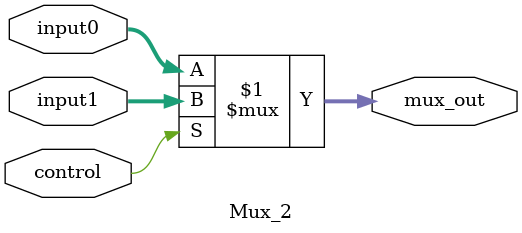
<source format=v>
module Mux_2 (input0, input1, mux_out, control);
	input [31:0] input0, input1;
	output [31:0] mux_out;
	input control;
	assign mux_out=control?input1:input0;
endmodule

</source>
